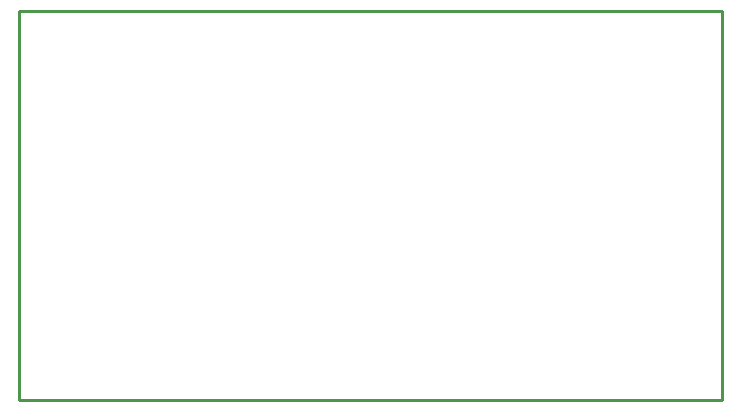
<source format=gbr>
G04 start of page 10 for group -4078 idx -4078 *
G04 Title: (unknown), bottomsilk *
G04 Creator: pcb 20140316 *
G04 CreationDate: Sun 30 Dec 2018 07:46:55 PM GMT UTC *
G04 For: railfan *
G04 Format: Gerber/RS-274X *
G04 PCB-Dimensions (mil): 2360.00 1310.00 *
G04 PCB-Coordinate-Origin: lower left *
%MOIN*%
%FSLAX25Y25*%
%LNBOTTOMSILK*%
%ADD89C,0.0100*%
G54D89*X235200Y130300D02*Y700D01*
X900Y130300D02*X235200D01*
X900Y700D02*X235200D01*
X900Y130300D02*Y700D01*
M02*

</source>
